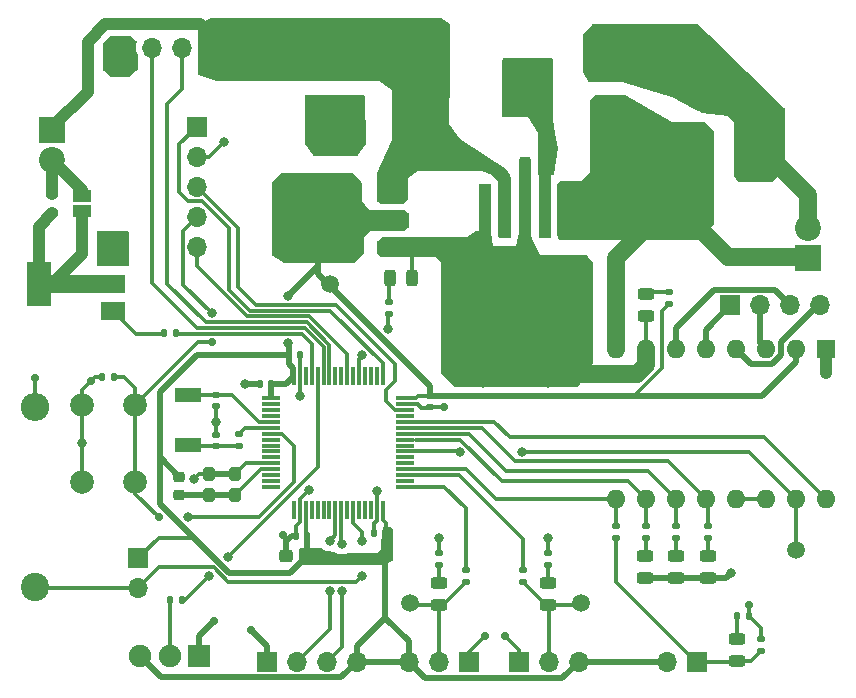
<source format=gbr>
%TF.GenerationSoftware,KiCad,Pcbnew,6.0.10-86aedd382b~118~ubuntu22.10.1*%
%TF.CreationDate,2023-02-12T19:14:20-05:00*%
%TF.ProjectId,WerfenMc,57657266-656e-44d6-932e-6b696361645f,rev?*%
%TF.SameCoordinates,Original*%
%TF.FileFunction,Copper,L1,Top*%
%TF.FilePolarity,Positive*%
%FSLAX46Y46*%
G04 Gerber Fmt 4.6, Leading zero omitted, Abs format (unit mm)*
G04 Created by KiCad (PCBNEW 6.0.10-86aedd382b~118~ubuntu22.10.1) date 2023-02-12 19:14:20*
%MOMM*%
%LPD*%
G01*
G04 APERTURE LIST*
G04 Aperture macros list*
%AMRoundRect*
0 Rectangle with rounded corners*
0 $1 Rounding radius*
0 $2 $3 $4 $5 $6 $7 $8 $9 X,Y pos of 4 corners*
0 Add a 4 corners polygon primitive as box body*
4,1,4,$2,$3,$4,$5,$6,$7,$8,$9,$2,$3,0*
0 Add four circle primitives for the rounded corners*
1,1,$1+$1,$2,$3*
1,1,$1+$1,$4,$5*
1,1,$1+$1,$6,$7*
1,1,$1+$1,$8,$9*
0 Add four rect primitives between the rounded corners*
20,1,$1+$1,$2,$3,$4,$5,0*
20,1,$1+$1,$4,$5,$6,$7,0*
20,1,$1+$1,$6,$7,$8,$9,0*
20,1,$1+$1,$8,$9,$2,$3,0*%
G04 Aperture macros list end*
%TA.AperFunction,SMDPad,CuDef*%
%ADD10RoundRect,0.135000X-0.185000X0.135000X-0.185000X-0.135000X0.185000X-0.135000X0.185000X0.135000X0*%
%TD*%
%TA.AperFunction,SMDPad,CuDef*%
%ADD11RoundRect,0.250000X0.275000X-0.312500X0.275000X0.312500X-0.275000X0.312500X-0.275000X-0.312500X0*%
%TD*%
%TA.AperFunction,SMDPad,CuDef*%
%ADD12C,1.500000*%
%TD*%
%TA.AperFunction,SMDPad,CuDef*%
%ADD13RoundRect,0.135000X0.185000X-0.135000X0.185000X0.135000X-0.185000X0.135000X-0.185000X-0.135000X0*%
%TD*%
%TA.AperFunction,ComponentPad*%
%ADD14R,1.700000X1.700000*%
%TD*%
%TA.AperFunction,ComponentPad*%
%ADD15O,1.700000X1.700000*%
%TD*%
%TA.AperFunction,SMDPad,CuDef*%
%ADD16RoundRect,0.243750X0.456250X-0.243750X0.456250X0.243750X-0.456250X0.243750X-0.456250X-0.243750X0*%
%TD*%
%TA.AperFunction,ComponentPad*%
%ADD17R,2.200000X2.200000*%
%TD*%
%TA.AperFunction,ComponentPad*%
%ADD18C,2.200000*%
%TD*%
%TA.AperFunction,SMDPad,CuDef*%
%ADD19RoundRect,0.243750X-0.456250X0.243750X-0.456250X-0.243750X0.456250X-0.243750X0.456250X0.243750X0*%
%TD*%
%TA.AperFunction,SMDPad,CuDef*%
%ADD20RoundRect,0.140000X0.140000X0.170000X-0.140000X0.170000X-0.140000X-0.170000X0.140000X-0.170000X0*%
%TD*%
%TA.AperFunction,SMDPad,CuDef*%
%ADD21R,2.000000X1.500000*%
%TD*%
%TA.AperFunction,SMDPad,CuDef*%
%ADD22R,2.000000X3.800000*%
%TD*%
%TA.AperFunction,SMDPad,CuDef*%
%ADD23RoundRect,0.075000X-0.700000X-0.075000X0.700000X-0.075000X0.700000X0.075000X-0.700000X0.075000X0*%
%TD*%
%TA.AperFunction,SMDPad,CuDef*%
%ADD24RoundRect,0.075000X-0.075000X-0.700000X0.075000X-0.700000X0.075000X0.700000X-0.075000X0.700000X0*%
%TD*%
%TA.AperFunction,SMDPad,CuDef*%
%ADD25RoundRect,0.243750X0.243750X0.456250X-0.243750X0.456250X-0.243750X-0.456250X0.243750X-0.456250X0*%
%TD*%
%TA.AperFunction,SMDPad,CuDef*%
%ADD26RoundRect,0.140000X-0.170000X0.140000X-0.170000X-0.140000X0.170000X-0.140000X0.170000X0.140000X0*%
%TD*%
%TA.AperFunction,SMDPad,CuDef*%
%ADD27RoundRect,0.250000X0.312500X0.275000X-0.312500X0.275000X-0.312500X-0.275000X0.312500X-0.275000X0*%
%TD*%
%TA.AperFunction,SMDPad,CuDef*%
%ADD28RoundRect,0.135000X-0.135000X-0.185000X0.135000X-0.185000X0.135000X0.185000X-0.135000X0.185000X0*%
%TD*%
%TA.AperFunction,ComponentPad*%
%ADD29C,2.400000*%
%TD*%
%TA.AperFunction,ComponentPad*%
%ADD30O,2.400000X2.400000*%
%TD*%
%TA.AperFunction,SMDPad,CuDef*%
%ADD31R,3.556000X3.505200*%
%TD*%
%TA.AperFunction,SMDPad,CuDef*%
%ADD32RoundRect,0.218750X-0.256250X0.218750X-0.256250X-0.218750X0.256250X-0.218750X0.256250X0.218750X0*%
%TD*%
%TA.AperFunction,SMDPad,CuDef*%
%ADD33RoundRect,0.135000X0.135000X0.185000X-0.135000X0.185000X-0.135000X-0.185000X0.135000X-0.185000X0*%
%TD*%
%TA.AperFunction,SMDPad,CuDef*%
%ADD34R,1.100000X4.600000*%
%TD*%
%TA.AperFunction,SMDPad,CuDef*%
%ADD35R,10.800000X9.400000*%
%TD*%
%TA.AperFunction,SMDPad,CuDef*%
%ADD36R,2.200000X1.200000*%
%TD*%
%TA.AperFunction,SMDPad,CuDef*%
%ADD37R,6.400000X5.800000*%
%TD*%
%TA.AperFunction,SMDPad,CuDef*%
%ADD38RoundRect,0.250000X0.550000X-1.712500X0.550000X1.712500X-0.550000X1.712500X-0.550000X-1.712500X0*%
%TD*%
%TA.AperFunction,ComponentPad*%
%ADD39R,1.600000X1.600000*%
%TD*%
%TA.AperFunction,ComponentPad*%
%ADD40O,1.600000X1.600000*%
%TD*%
%TA.AperFunction,SMDPad,CuDef*%
%ADD41RoundRect,0.250000X-0.550000X1.712500X-0.550000X-1.712500X0.550000X-1.712500X0.550000X1.712500X0*%
%TD*%
%TA.AperFunction,SMDPad,CuDef*%
%ADD42RoundRect,0.140000X0.170000X-0.140000X0.170000X0.140000X-0.170000X0.140000X-0.170000X-0.140000X0*%
%TD*%
%TA.AperFunction,ComponentPad*%
%ADD43R,3.500000X3.500000*%
%TD*%
%TA.AperFunction,ComponentPad*%
%ADD44RoundRect,0.750000X0.750000X1.000000X-0.750000X1.000000X-0.750000X-1.000000X0.750000X-1.000000X0*%
%TD*%
%TA.AperFunction,ComponentPad*%
%ADD45RoundRect,0.875000X0.875000X0.875000X-0.875000X0.875000X-0.875000X-0.875000X0.875000X-0.875000X0*%
%TD*%
%TA.AperFunction,SMDPad,CuDef*%
%ADD46R,2.200000X1.300000*%
%TD*%
%TA.AperFunction,ComponentPad*%
%ADD47R,1.900000X1.900000*%
%TD*%
%TA.AperFunction,ComponentPad*%
%ADD48C,1.900000*%
%TD*%
%TA.AperFunction,SMDPad,CuDef*%
%ADD49RoundRect,0.200000X-0.275000X0.200000X-0.275000X-0.200000X0.275000X-0.200000X0.275000X0.200000X0*%
%TD*%
%TA.AperFunction,ComponentPad*%
%ADD50C,2.000000*%
%TD*%
%TA.AperFunction,SMDPad,CuDef*%
%ADD51RoundRect,0.140000X-0.140000X-0.170000X0.140000X-0.170000X0.140000X0.170000X-0.140000X0.170000X0*%
%TD*%
%TA.AperFunction,SMDPad,CuDef*%
%ADD52R,1.500000X1.000000*%
%TD*%
%TA.AperFunction,ViaPad*%
%ADD53C,0.700000*%
%TD*%
%TA.AperFunction,ViaPad*%
%ADD54C,0.800000*%
%TD*%
%TA.AperFunction,Conductor*%
%ADD55C,0.300000*%
%TD*%
%TA.AperFunction,Conductor*%
%ADD56C,0.500000*%
%TD*%
%TA.AperFunction,Conductor*%
%ADD57C,1.500000*%
%TD*%
%TA.AperFunction,Conductor*%
%ADD58C,1.000000*%
%TD*%
G04 APERTURE END LIST*
D10*
%TO.P,R5,1*%
%TO.N,MS3*%
X92000000Y-69490000D03*
%TO.P,R5,2*%
%TO.N,Net-(D3-Pad2)*%
X92000000Y-70510000D03*
%TD*%
D11*
%TO.P,C2,1*%
%TO.N,+3.3VA*%
X49750000Y-66887500D03*
%TO.P,C2,2*%
%TO.N,GND*%
X49750000Y-65112500D03*
%TD*%
D12*
%TO.P,TP8,1,1*%
%TO.N,+5V*%
X65750000Y-38750000D03*
%TD*%
D13*
%TO.P,R8,1*%
%TO.N,Net-(D5-Pad2)*%
X84250000Y-70510000D03*
%TO.P,R8,2*%
%TO.N,ENABLE*%
X84250000Y-69490000D03*
%TD*%
%TO.P,R10,1*%
%TO.N,Net-(D5-Pad2)*%
X96500000Y-80113641D03*
%TO.P,R10,2*%
%TO.N,GND*%
X96500000Y-79093641D03*
%TD*%
D14*
%TO.P,S2,1*%
%TO.N,GND*%
X75975000Y-81000000D03*
D15*
%TO.P,S2,2*%
%TO.N,Net-(D6-Pad2)*%
X78515000Y-81000000D03*
%TO.P,S2,3*%
%TO.N,+3.3V*%
X81055000Y-81000000D03*
%TD*%
D14*
%TO.P,J1,1,Pin_1*%
%TO.N,2A*%
X93900000Y-50800000D03*
D15*
%TO.P,J1,2,Pin_2*%
%TO.N,1B*%
X96440000Y-50800000D03*
%TO.P,J1,3,Pin_3*%
%TO.N,2B*%
X98980000Y-50800000D03*
%TO.P,J1,4,Pin_4*%
%TO.N,1A*%
X101520000Y-50800000D03*
%TD*%
D16*
%TO.P,D2,1,K*%
%TO.N,GND*%
X89300000Y-73937500D03*
%TO.P,D2,2,A*%
%TO.N,Net-(D2-Pad2)*%
X89300000Y-72062500D03*
%TD*%
D17*
%TO.P,D9,1,A*%
%TO.N,+5V*%
X36500000Y-36000000D03*
D18*
%TO.P,D9,2,K*%
%TO.N,Net-(D9-Pad2)*%
X36500000Y-38540000D03*
%TD*%
D14*
%TO.P,Q1,1,C*%
%TO.N,+3.3V*%
X43776453Y-72206402D03*
D15*
%TO.P,Q1,2,E*%
%TO.N,LIGHT_S*%
X43776453Y-74746402D03*
%TD*%
D12*
%TO.P,TP1,1,1*%
%TO.N,STEP*%
X99500000Y-71500000D03*
%TD*%
D19*
%TO.P,D5,1,K*%
%TO.N,Net-(D5-Pad1)*%
X94500000Y-79062500D03*
%TO.P,D5,2,A*%
%TO.N,Net-(D5-Pad2)*%
X94500000Y-80937500D03*
%TD*%
D20*
%TO.P,C16,1*%
%TO.N,+3.3V*%
X55030000Y-57450000D03*
%TO.P,C16,2*%
%TO.N,GND*%
X54070000Y-57450000D03*
%TD*%
D21*
%TO.P,Q2,1,B*%
%TO.N,Net-(Q2-Pad1)*%
X41650000Y-51300000D03*
%TO.P,Q2,2,C*%
%TO.N,/LIGHT_DRIVE*%
X41650000Y-49000000D03*
%TO.P,Q2,3,E*%
%TO.N,GND*%
X41650000Y-46700000D03*
D22*
%TO.P,Q2,4,C*%
%TO.N,/LIGHT_DRIVE*%
X35350000Y-49000000D03*
%TD*%
D23*
%TO.P,U1,1,VBAT*%
%TO.N,+3.3V*%
X55045200Y-58683200D03*
%TO.P,U1,2,PC13*%
%TO.N,unconnected-(U1-Pad2)*%
X55045200Y-59183200D03*
%TO.P,U1,3,PC14*%
%TO.N,unconnected-(U1-Pad3)*%
X55045200Y-59683200D03*
%TO.P,U1,4,PC15*%
%TO.N,unconnected-(U1-Pad4)*%
X55045200Y-60183200D03*
%TO.P,U1,5,PH0*%
%TO.N,/HSE_OSC_IN*%
X55045200Y-60683200D03*
%TO.P,U1,6,PH1*%
%TO.N,Net-(R7-Pad1)*%
X55045200Y-61183200D03*
%TO.P,U1,7,NRST*%
%TO.N,NRST*%
X55045200Y-61683200D03*
%TO.P,U1,8,PC0*%
%TO.N,unconnected-(U1-Pad8)*%
X55045200Y-62183200D03*
%TO.P,U1,9,PC1*%
%TO.N,unconnected-(U1-Pad9)*%
X55045200Y-62683200D03*
%TO.P,U1,10,PC2*%
%TO.N,unconnected-(U1-Pad10)*%
X55045200Y-63183200D03*
%TO.P,U1,11,PC3*%
%TO.N,unconnected-(U1-Pad11)*%
X55045200Y-63683200D03*
%TO.P,U1,12,VSSA*%
%TO.N,GND*%
X55045200Y-64183200D03*
%TO.P,U1,13,VDDA*%
%TO.N,+3.3VA*%
X55045200Y-64683200D03*
%TO.P,U1,14,PA0*%
%TO.N,unconnected-(U1-Pad14)*%
X55045200Y-65183200D03*
%TO.P,U1,15,PA1*%
%TO.N,unconnected-(U1-Pad15)*%
X55045200Y-65683200D03*
%TO.P,U1,16,PA2*%
%TO.N,unconnected-(U1-Pad16)*%
X55045200Y-66183200D03*
D24*
%TO.P,U1,17,PA3*%
%TO.N,unconnected-(U1-Pad17)*%
X56970200Y-68108200D03*
%TO.P,U1,18,VSS*%
%TO.N,GND*%
X57470200Y-68108200D03*
%TO.P,U1,19,VDD*%
%TO.N,+3.3V*%
X57970200Y-68108200D03*
%TO.P,U1,20,PA4*%
%TO.N,unconnected-(U1-Pad20)*%
X58470200Y-68108200D03*
%TO.P,U1,21,PA5*%
%TO.N,unconnected-(U1-Pad21)*%
X58970200Y-68108200D03*
%TO.P,U1,22,PA6*%
%TO.N,unconnected-(U1-Pad22)*%
X59470200Y-68108200D03*
%TO.P,U1,23,PA7*%
%TO.N,unconnected-(U1-Pad23)*%
X59970200Y-68108200D03*
%TO.P,U1,24,PC4*%
%TO.N,TX3*%
X60470200Y-68108200D03*
%TO.P,U1,25,PC5*%
%TO.N,RX3*%
X60970200Y-68108200D03*
%TO.P,U1,26,PB0*%
%TO.N,unconnected-(U1-Pad26)*%
X61470200Y-68108200D03*
%TO.P,U1,27,PB1*%
%TO.N,LIGHT_S*%
X61970200Y-68108200D03*
%TO.P,U1,28,PB2*%
%TO.N,unconnected-(U1-Pad28)*%
X62470200Y-68108200D03*
%TO.P,U1,29,PB10*%
%TO.N,unconnected-(U1-Pad29)*%
X62970200Y-68108200D03*
%TO.P,U1,30,PB11*%
%TO.N,unconnected-(U1-Pad30)*%
X63470200Y-68108200D03*
%TO.P,U1,31,VSS*%
%TO.N,GND*%
X63970200Y-68108200D03*
%TO.P,U1,32,VDD*%
%TO.N,+3.3V*%
X64470200Y-68108200D03*
D23*
%TO.P,U1,33,PB12*%
%TO.N,SWITCH2*%
X66395200Y-66183200D03*
%TO.P,U1,34,PB13*%
%TO.N,unconnected-(U1-Pad34)*%
X66395200Y-65683200D03*
%TO.P,U1,35,PB14*%
%TO.N,SWITCH1*%
X66395200Y-65183200D03*
%TO.P,U1,36,PB15*%
%TO.N,ENABLE*%
X66395200Y-64683200D03*
%TO.P,U1,37,PC6*%
%TO.N,unconnected-(U1-Pad37)*%
X66395200Y-64183200D03*
%TO.P,U1,38,PC7*%
%TO.N,unconnected-(U1-Pad38)*%
X66395200Y-63683200D03*
%TO.P,U1,39,PC8*%
%TO.N,STEP*%
X66395200Y-63183200D03*
%TO.P,U1,40,PC9*%
%TO.N,unconnected-(U1-Pad40)*%
X66395200Y-62683200D03*
%TO.P,U1,41,PA8*%
%TO.N,MS1*%
X66395200Y-62183200D03*
%TO.P,U1,42,PA9*%
%TO.N,MS2*%
X66395200Y-61683200D03*
%TO.P,U1,43,PA10*%
%TO.N,MS3*%
X66395200Y-61183200D03*
%TO.P,U1,44,PA11*%
%TO.N,DIR*%
X66395200Y-60683200D03*
%TO.P,U1,45,PA12*%
%TO.N,unconnected-(U1-Pad45)*%
X66395200Y-60183200D03*
%TO.P,U1,46,PA13*%
%TO.N,JTMS*%
X66395200Y-59683200D03*
%TO.P,U1,47,VSS*%
%TO.N,GND*%
X66395200Y-59183200D03*
%TO.P,U1,48,VDDUSB*%
%TO.N,+3.3V*%
X66395200Y-58683200D03*
D24*
%TO.P,U1,49,PA14*%
%TO.N,JTCK*%
X64470200Y-56758200D03*
%TO.P,U1,50,PA15*%
%TO.N,unconnected-(U1-Pad50)*%
X63970200Y-56758200D03*
%TO.P,U1,51,PC10*%
%TO.N,unconnected-(U1-Pad51)*%
X63470200Y-56758200D03*
%TO.P,U1,52,PC11*%
%TO.N,unconnected-(U1-Pad52)*%
X62970200Y-56758200D03*
%TO.P,U1,53,PC12*%
%TO.N,USR_LED*%
X62470200Y-56758200D03*
%TO.P,U1,54,PD2*%
%TO.N,unconnected-(U1-Pad54)*%
X61970200Y-56758200D03*
%TO.P,U1,55,PB3*%
%TO.N,SWO*%
X61470200Y-56758200D03*
%TO.P,U1,56,PB4*%
%TO.N,unconnected-(U1-Pad56)*%
X60970200Y-56758200D03*
%TO.P,U1,57,PB5*%
%TO.N,unconnected-(U1-Pad57)*%
X60470200Y-56758200D03*
%TO.P,U1,58,PB6*%
%TO.N,TX1*%
X59970200Y-56758200D03*
%TO.P,U1,59,PB7*%
%TO.N,RX1*%
X59470200Y-56758200D03*
%TO.P,U1,60,BOOT0*%
%TO.N,/BOOT0*%
X58970200Y-56758200D03*
%TO.P,U1,61,PB8*%
%TO.N,LIGHT*%
X58470200Y-56758200D03*
%TO.P,U1,62,PB9*%
%TO.N,unconnected-(U1-Pad62)*%
X57970200Y-56758200D03*
%TO.P,U1,63,VSS*%
%TO.N,GND*%
X57470200Y-56758200D03*
%TO.P,U1,64,VDD*%
%TO.N,+3.3V*%
X56970200Y-56758200D03*
%TD*%
D25*
%TO.P,D8,1,K*%
%TO.N,/L_IN*%
X78437500Y-38900000D03*
%TO.P,D8,2,A*%
%TO.N,GND*%
X76562500Y-38900000D03*
%TD*%
D26*
%TO.P,C10,1*%
%TO.N,GND*%
X50350000Y-61750000D03*
%TO.P,C10,2*%
%TO.N,/HSE_OSC_OUT*%
X50350000Y-62710000D03*
%TD*%
D13*
%TO.P,R17,1*%
%TO.N,+3.3V*%
X88750000Y-50702718D03*
%TO.P,R17,2*%
%TO.N,Net-(D10-Pad2)*%
X88750000Y-49682718D03*
%TD*%
D11*
%TO.P,C1,1*%
%TO.N,+3.3VA*%
X52000000Y-66887500D03*
%TO.P,C1,2*%
%TO.N,GND*%
X52000000Y-65112500D03*
%TD*%
D10*
%TO.P,R3,1*%
%TO.N,MS1*%
X86750000Y-69490000D03*
%TO.P,R3,2*%
%TO.N,Net-(D1-Pad2)*%
X86750000Y-70510000D03*
%TD*%
D17*
%TO.P,J6,1,Pin_1*%
%TO.N,+12V*%
X100460000Y-46770000D03*
D18*
%TO.P,J6,2,Pin_2*%
%TO.N,GND*%
X100460000Y-44230000D03*
%TD*%
D16*
%TO.P,D1,1,K*%
%TO.N,GND*%
X86700000Y-73937500D03*
%TO.P,D1,2,A*%
%TO.N,Net-(D1-Pad2)*%
X86700000Y-72062500D03*
%TD*%
D27*
%TO.P,C3,1*%
%TO.N,+3.3V*%
X58087500Y-72050000D03*
%TO.P,C3,2*%
%TO.N,GND*%
X56312500Y-72050000D03*
%TD*%
D28*
%TO.P,R2,1*%
%TO.N,Net-(R2-Pad1)*%
X46490000Y-75750000D03*
%TO.P,R2,2*%
%TO.N,/BOOT0*%
X47510000Y-75750000D03*
%TD*%
D29*
%TO.P,R1,1*%
%TO.N,LIGHT_S*%
X35000000Y-74620000D03*
D30*
%TO.P,R1,2*%
%TO.N,GND*%
X35000000Y-59380000D03*
%TD*%
D14*
%TO.P,J5,1,Pin_1*%
%TO.N,GND*%
X42400000Y-29000000D03*
D15*
%TO.P,J5,2,Pin_2*%
%TO.N,RX1*%
X44940000Y-29000000D03*
%TO.P,J5,3,Pin_3*%
%TO.N,TX1*%
X47480000Y-29000000D03*
%TO.P,J5,4,Pin_4*%
%TO.N,+5V*%
X50020000Y-29000000D03*
%TD*%
D31*
%TO.P,L1,1,1*%
%TO.N,/L_IN*%
X76775000Y-32100000D03*
%TO.P,L1,2,2*%
%TO.N,+5V*%
X67825000Y-32100000D03*
%TD*%
D32*
%TO.P,FB1,1*%
%TO.N,+3.3V*%
X47250000Y-65325000D03*
%TO.P,FB1,2*%
%TO.N,+3.3VA*%
X47250000Y-66900000D03*
%TD*%
D14*
%TO.P,J4,1,Pin_1*%
%TO.N,GND*%
X54650000Y-81000000D03*
D15*
%TO.P,J4,2,Pin_2*%
%TO.N,TX3*%
X57190000Y-81000000D03*
%TO.P,J4,3,Pin_3*%
%TO.N,RX3*%
X59730000Y-81000000D03*
%TO.P,J4,4,Pin_4*%
%TO.N,+3.3V*%
X62270000Y-81000000D03*
%TD*%
D12*
%TO.P,TP5,1,1*%
%TO.N,Net-(D6-Pad2)*%
X81250000Y-76000000D03*
%TD*%
D25*
%TO.P,D4,1,K*%
%TO.N,GND*%
X66937500Y-48500000D03*
%TO.P,D4,2,A*%
%TO.N,Net-(D4-Pad2)*%
X65062500Y-48500000D03*
%TD*%
D19*
%TO.P,D7,1,K*%
%TO.N,Net-(D7-Pad1)*%
X69250000Y-74312500D03*
%TO.P,D7,2,A*%
%TO.N,Net-(D7-Pad2)*%
X69250000Y-76187500D03*
%TD*%
D33*
%TO.P,R15,1*%
%TO.N,LIGHT*%
X47010000Y-53120000D03*
%TO.P,R15,2*%
%TO.N,Net-(Q2-Pad1)*%
X45990000Y-53120000D03*
%TD*%
D12*
%TO.P,TP3,1,1*%
%TO.N,+12V*%
X86000000Y-40750000D03*
%TD*%
D34*
%TO.P,U2,1,VIN*%
%TO.N,+12V*%
X79900000Y-42825000D03*
%TO.P,U2,2,OUT*%
%TO.N,/L_IN*%
X78200000Y-42825000D03*
%TO.P,U2,3,GND*%
%TO.N,GND*%
X76500000Y-42825000D03*
D35*
X76500000Y-51975000D03*
D34*
%TO.P,U2,4,FB*%
%TO.N,+5V*%
X74800000Y-42825000D03*
%TO.P,U2,5,~{ON}/OFF*%
%TO.N,GND*%
X73100000Y-42825000D03*
%TD*%
D12*
%TO.P,TP6,1,1*%
%TO.N,Net-(D7-Pad2)*%
X66750000Y-76000000D03*
%TD*%
%TO.P,TP2,1,1*%
%TO.N,+3.3V*%
X60000000Y-49000000D03*
%TD*%
D36*
%TO.P,U3,1,GND*%
%TO.N,GND*%
X65300000Y-45880000D03*
D37*
%TO.P,U3,2,VO*%
%TO.N,+3.3V*%
X59000000Y-43600000D03*
D36*
X65300000Y-43600000D03*
%TO.P,U3,3,VI*%
%TO.N,+5V*%
X65300000Y-41320000D03*
%TD*%
D38*
%TO.P,C14,1*%
%TO.N,+12V*%
X83750000Y-35337500D03*
%TO.P,C14,2*%
%TO.N,GND*%
X83750000Y-29162500D03*
%TD*%
D26*
%TO.P,C7,1*%
%TO.N,+3.3V*%
X68514000Y-58498800D03*
%TO.P,C7,2*%
%TO.N,GND*%
X68514000Y-59458800D03*
%TD*%
D39*
%TO.P,A1,1,GND*%
%TO.N,GND*%
X102000000Y-54500000D03*
D40*
%TO.P,A1,2,VDD*%
%TO.N,+3.3V*%
X99460000Y-54500000D03*
%TO.P,A1,3,1B*%
%TO.N,1B*%
X96920000Y-54500000D03*
%TO.P,A1,4,1A*%
%TO.N,1A*%
X94380000Y-54500000D03*
%TO.P,A1,5,2A*%
%TO.N,2A*%
X91840000Y-54500000D03*
%TO.P,A1,6,2B*%
%TO.N,2B*%
X89300000Y-54500000D03*
%TO.P,A1,7,GND*%
%TO.N,GND*%
X86760000Y-54500000D03*
%TO.P,A1,8,VMOT*%
%TO.N,+12V*%
X84220000Y-54500000D03*
%TO.P,A1,9,~{ENABLE}*%
%TO.N,ENABLE*%
X84220000Y-67200000D03*
%TO.P,A1,10,MS1*%
%TO.N,MS1*%
X86760000Y-67200000D03*
%TO.P,A1,11,MS2*%
%TO.N,MS2*%
X89300000Y-67200000D03*
%TO.P,A1,12,MS3*%
%TO.N,MS3*%
X91840000Y-67200000D03*
%TO.P,A1,13,~{RESET}*%
%TO.N,Net-(A1-Pad13)*%
X94380000Y-67200000D03*
%TO.P,A1,14,~{SLEEP}*%
X96920000Y-67200000D03*
%TO.P,A1,15,STEP*%
%TO.N,STEP*%
X99460000Y-67200000D03*
%TO.P,A1,16,DIR*%
%TO.N,DIR*%
X102000000Y-67200000D03*
%TD*%
D20*
%TO.P,C8,1*%
%TO.N,NRST*%
X41710000Y-56860000D03*
%TO.P,C8,2*%
%TO.N,GND*%
X40750000Y-56860000D03*
%TD*%
D41*
%TO.P,C15,1*%
%TO.N,+5V*%
X60376294Y-29247485D03*
%TO.P,C15,2*%
%TO.N,GND*%
X60376294Y-35422485D03*
%TD*%
D42*
%TO.P,C9,1*%
%TO.N,GND*%
X50350000Y-59360000D03*
%TO.P,C9,2*%
%TO.N,/HSE_OSC_IN*%
X50350000Y-58400000D03*
%TD*%
D16*
%TO.P,D3,1,K*%
%TO.N,GND*%
X92000000Y-73937500D03*
%TO.P,D3,2,A*%
%TO.N,Net-(D3-Pad2)*%
X92000000Y-72062500D03*
%TD*%
D20*
%TO.P,C4,1*%
%TO.N,+3.3V*%
X58080000Y-70300000D03*
%TO.P,C4,2*%
%TO.N,GND*%
X57120000Y-70300000D03*
%TD*%
D14*
%TO.P,S3,1*%
%TO.N,GND*%
X71750000Y-81000000D03*
D15*
%TO.P,S3,2*%
%TO.N,Net-(D7-Pad2)*%
X69210000Y-81000000D03*
%TO.P,S3,3*%
%TO.N,+3.3V*%
X66670000Y-81000000D03*
%TD*%
D43*
%TO.P,J3,1*%
%TO.N,+12V*%
X90400000Y-37400000D03*
D44*
%TO.P,J3,2*%
%TO.N,GND*%
X96400000Y-37400000D03*
D45*
%TO.P,J3,3*%
X93400000Y-32700000D03*
%TD*%
D10*
%TO.P,R4,1*%
%TO.N,MS2*%
X89300000Y-69490000D03*
%TO.P,R4,2*%
%TO.N,Net-(D2-Pad2)*%
X89300000Y-70510000D03*
%TD*%
D20*
%TO.P,C6,1*%
%TO.N,+3.3V*%
X64680000Y-70100000D03*
%TO.P,C6,2*%
%TO.N,GND*%
X63720000Y-70100000D03*
%TD*%
D16*
%TO.P,D10,1,K*%
%TO.N,GND*%
X86750000Y-51687500D03*
%TO.P,D10,2,A*%
%TO.N,Net-(D10-Pad2)*%
X86750000Y-49812500D03*
%TD*%
D13*
%TO.P,R12,1*%
%TO.N,Net-(D6-Pad1)*%
X78500000Y-72760000D03*
%TO.P,R12,2*%
%TO.N,GND*%
X78500000Y-71740000D03*
%TD*%
D14*
%TO.P,J2,1,Pin_1*%
%TO.N,JTCK*%
X48750000Y-35675000D03*
D15*
%TO.P,J2,2,Pin_2*%
%TO.N,GND*%
X48750000Y-38215000D03*
%TO.P,J2,3,Pin_3*%
%TO.N,JTMS*%
X48750000Y-40755000D03*
%TO.P,J2,4,Pin_4*%
%TO.N,NRST*%
X48750000Y-43295000D03*
%TO.P,J2,5,Pin_5*%
%TO.N,SWO*%
X48750000Y-45835000D03*
%TD*%
D13*
%TO.P,R13,1*%
%TO.N,Net-(D7-Pad2)*%
X71500000Y-74260000D03*
%TO.P,R13,2*%
%TO.N,SWITCH2*%
X71500000Y-73240000D03*
%TD*%
D46*
%TO.P,HSE1,1,1*%
%TO.N,/HSE_OSC_OUT*%
X48000000Y-62600000D03*
%TO.P,HSE1,2,2*%
%TO.N,/HSE_OSC_IN*%
X48000000Y-58400000D03*
%TD*%
D19*
%TO.P,D6,1,K*%
%TO.N,Net-(D6-Pad1)*%
X78500000Y-74312500D03*
%TO.P,D6,2,A*%
%TO.N,Net-(D6-Pad2)*%
X78500000Y-76187500D03*
%TD*%
D28*
%TO.P,R11,1*%
%TO.N,Net-(D5-Pad1)*%
X94465000Y-77120000D03*
%TO.P,R11,2*%
%TO.N,GND*%
X95485000Y-77120000D03*
%TD*%
D10*
%TO.P,R7,1*%
%TO.N,Net-(R7-Pad1)*%
X52300000Y-61740000D03*
%TO.P,R7,2*%
%TO.N,/HSE_OSC_OUT*%
X52300000Y-62760000D03*
%TD*%
D47*
%TO.P,S1,1*%
%TO.N,GND*%
X48950000Y-80530000D03*
D48*
%TO.P,S1,2*%
%TO.N,Net-(R2-Pad1)*%
X46450000Y-80530000D03*
%TO.P,S1,3*%
%TO.N,+3.3V*%
X43950000Y-80530000D03*
%TD*%
D49*
%TO.P,R16,1*%
%TO.N,Net-(D9-Pad2)*%
X36500000Y-41350000D03*
%TO.P,R16,2*%
%TO.N,/LIGHT_DRIVE*%
X36500000Y-43000000D03*
%TD*%
D50*
%TO.P,SW1,1,1*%
%TO.N,GND*%
X39000000Y-65760000D03*
X39000000Y-59260000D03*
%TO.P,SW1,2,2*%
%TO.N,NRST*%
X43500000Y-65760000D03*
X43500000Y-59260000D03*
%TD*%
D51*
%TO.P,C5,1*%
%TO.N,+3.3V*%
X56520000Y-55000000D03*
%TO.P,C5,2*%
%TO.N,GND*%
X57480000Y-55000000D03*
%TD*%
D13*
%TO.P,R14,1*%
%TO.N,Net-(D7-Pad1)*%
X69250000Y-72770000D03*
%TO.P,R14,2*%
%TO.N,GND*%
X69250000Y-71750000D03*
%TD*%
%TO.P,R9,1*%
%TO.N,Net-(D6-Pad2)*%
X76370000Y-74260000D03*
%TO.P,R9,2*%
%TO.N,SWITCH1*%
X76370000Y-73240000D03*
%TD*%
D14*
%TO.P,SW2,1,1*%
%TO.N,Net-(D5-Pad2)*%
X91100000Y-81000000D03*
D15*
%TO.P,SW2,2,2*%
%TO.N,+3.3V*%
X88560000Y-81000000D03*
%TD*%
D13*
%TO.P,R6,1*%
%TO.N,USR_LED*%
X65000000Y-51510000D03*
%TO.P,R6,2*%
%TO.N,Net-(D4-Pad2)*%
X65000000Y-50490000D03*
%TD*%
D52*
%TO.P,JP1,1,A*%
%TO.N,/LIGHT_DRIVE*%
X39000000Y-42825000D03*
%TO.P,JP1,2,B*%
%TO.N,Net-(D9-Pad2)*%
X39000000Y-41525000D03*
%TD*%
D53*
%TO.N,GND*%
X41000000Y-45000000D03*
X53300000Y-78300000D03*
X58776294Y-37334985D03*
D54*
X78500000Y-57350000D03*
D53*
X74800000Y-78800000D03*
X95450000Y-76150000D03*
D54*
X94000000Y-73500000D03*
D53*
X85600000Y-28600000D03*
X41500000Y-31000000D03*
D54*
X78500000Y-70500000D03*
D53*
X50170000Y-77580000D03*
D54*
X50350000Y-60650000D03*
X64000000Y-66500000D03*
X102000000Y-56500000D03*
D53*
X61976294Y-37334985D03*
D54*
X52850000Y-57450000D03*
D53*
X56000000Y-70250000D03*
X73100000Y-78850000D03*
X95200000Y-39600000D03*
D54*
X69250000Y-70500000D03*
D53*
X89600000Y-28400000D03*
D54*
X58206677Y-66456677D03*
D53*
X91800000Y-30200000D03*
X87000000Y-31200000D03*
X42250000Y-45000000D03*
D54*
X48500000Y-65500000D03*
X57500000Y-58500000D03*
D53*
X69650000Y-59450000D03*
D54*
X70350000Y-53550000D03*
D53*
X42900000Y-31000000D03*
D54*
X67200000Y-45950000D03*
D53*
X35000000Y-57000000D03*
D54*
X70400000Y-48200000D03*
X39000000Y-62480000D03*
D53*
X97600000Y-34800000D03*
D54*
X74700000Y-46750000D03*
D53*
X90800000Y-33400000D03*
D54*
X51000000Y-37000000D03*
X72950000Y-57400000D03*
D53*
X39740000Y-57240000D03*
D54*
X72950000Y-45900000D03*
X76400000Y-45950000D03*
D53*
X94800000Y-35000000D03*
D54*
%TO.N,+3.3V*%
X56500000Y-50000000D03*
X56500000Y-54000000D03*
%TO.N,STEP*%
X76250000Y-63200500D03*
X71028223Y-63238177D03*
D53*
%TO.N,NRST*%
X50000000Y-53949500D03*
D54*
X48000000Y-68750000D03*
D53*
X45500000Y-68750000D03*
D54*
X50000000Y-51500500D03*
%TO.N,TX3*%
X60000000Y-70750000D03*
X60000000Y-75000000D03*
%TO.N,RX3*%
X61000000Y-71000000D03*
X61000000Y-75000000D03*
%TO.N,USR_LED*%
X64950000Y-52850000D03*
X62745023Y-55054977D03*
%TO.N,/BOOT0*%
X51350688Y-72149312D03*
X49750000Y-73750000D03*
%TO.N,LIGHT_S*%
X62750000Y-73750000D03*
X62750000Y-70750000D03*
%TD*%
D55*
%TO.N,GND*%
X57470200Y-55009800D02*
X57480000Y-55000000D01*
D56*
X92000000Y-73937500D02*
X93562500Y-73937500D01*
X54650000Y-79650000D02*
X53300000Y-78300000D01*
X56800000Y-70300000D02*
X56312500Y-70787500D01*
D55*
X39000000Y-59260000D02*
X39000000Y-62480000D01*
X95485000Y-77120000D02*
X95485000Y-76185000D01*
D56*
X56312500Y-70787500D02*
X56312500Y-70562500D01*
D55*
X68514000Y-59458800D02*
X69641200Y-59458800D01*
X75975000Y-81000000D02*
X75975000Y-79975000D01*
D56*
X56312500Y-70787500D02*
X56312500Y-72050000D01*
D55*
X86750000Y-54490000D02*
X86760000Y-54500000D01*
X63970200Y-68108200D02*
X63970200Y-66529800D01*
X95485000Y-76185000D02*
X95450000Y-76150000D01*
D56*
X93562500Y-73937500D02*
X94000000Y-73500000D01*
X57120000Y-70300000D02*
X56800000Y-70300000D01*
D55*
X75975000Y-79975000D02*
X74800000Y-78800000D01*
D57*
X86000000Y-56650000D02*
X81175000Y-56650000D01*
D58*
X76500000Y-38962500D02*
X76562500Y-38900000D01*
D55*
X55045200Y-64183200D02*
X52929300Y-64183200D01*
X49785000Y-38215000D02*
X51000000Y-37000000D01*
D57*
X86760000Y-55890000D02*
X86000000Y-56650000D01*
D55*
X35000000Y-59380000D02*
X35000000Y-57000000D01*
X63970200Y-69029800D02*
X63720000Y-69280000D01*
X40120000Y-56860000D02*
X39740000Y-57240000D01*
X50350000Y-61750000D02*
X50350000Y-59360000D01*
D56*
X54070000Y-57450000D02*
X52850000Y-57450000D01*
D55*
X40750000Y-56860000D02*
X40120000Y-56860000D01*
X57100000Y-70280000D02*
X57120000Y-70300000D01*
D57*
X86760000Y-54500000D02*
X86760000Y-55890000D01*
D56*
X48950000Y-80530000D02*
X48950000Y-78800000D01*
X48950000Y-78800000D02*
X50170000Y-77580000D01*
D55*
X63720000Y-69280000D02*
X63720000Y-70100000D01*
X57470200Y-56758200D02*
X57470200Y-55009800D01*
X57470200Y-58470200D02*
X57500000Y-58500000D01*
D56*
X52000000Y-65112500D02*
X49750000Y-65112500D01*
D55*
X39740000Y-57240000D02*
X39000000Y-57980000D01*
X49750000Y-65112500D02*
X48887500Y-65112500D01*
X57470200Y-68108200D02*
X57470200Y-67193154D01*
X48887500Y-65112500D02*
X48500000Y-65500000D01*
X52929300Y-64183200D02*
X52000000Y-65112500D01*
D56*
X89300000Y-73937500D02*
X92000000Y-73937500D01*
D57*
X81175000Y-56650000D02*
X76500000Y-51975000D01*
D55*
X67433200Y-59183200D02*
X67750000Y-59500000D01*
X68472800Y-59500000D02*
X68514000Y-59458800D01*
X67750000Y-59500000D02*
X68472800Y-59500000D01*
X69250000Y-71750000D02*
X69250000Y-70500000D01*
D56*
X54650000Y-81000000D02*
X54650000Y-79650000D01*
D55*
X57100000Y-69500000D02*
X57100000Y-70280000D01*
D57*
X100460000Y-44230000D02*
X100460000Y-41460000D01*
D55*
X69641200Y-59458800D02*
X69650000Y-59450000D01*
X66395200Y-59183200D02*
X67433200Y-59183200D01*
X71750000Y-80200000D02*
X73100000Y-78850000D01*
X78500000Y-71740000D02*
X78500000Y-70500000D01*
D56*
X56312500Y-70562500D02*
X56000000Y-70250000D01*
D55*
X39000000Y-62480000D02*
X39000000Y-65760000D01*
X39000000Y-57980000D02*
X39000000Y-59260000D01*
X63970200Y-66529800D02*
X64000000Y-66500000D01*
X48750000Y-38215000D02*
X49785000Y-38215000D01*
X96500000Y-78135000D02*
X95485000Y-77120000D01*
X86750000Y-51687500D02*
X86750000Y-54490000D01*
X66937500Y-46212500D02*
X67200000Y-45950000D01*
X71750000Y-81000000D02*
X71750000Y-80200000D01*
X57470200Y-67193154D02*
X58206677Y-66456677D01*
D58*
X102000000Y-54500000D02*
X102000000Y-56500000D01*
D55*
X57470200Y-69129800D02*
X57100000Y-69500000D01*
X57470200Y-68108200D02*
X57470200Y-69129800D01*
D56*
X86700000Y-73937500D02*
X89300000Y-73937500D01*
D55*
X57470200Y-56758200D02*
X57470200Y-58470200D01*
X63970200Y-68108200D02*
X63970200Y-69029800D01*
D57*
X100460000Y-41460000D02*
X96400000Y-37400000D01*
D55*
X96500000Y-79093641D02*
X96500000Y-78135000D01*
X66937500Y-48500000D02*
X66937500Y-46212500D01*
D58*
X76500000Y-42825000D02*
X76500000Y-38962500D01*
D55*
%TO.N,+3.3V*%
X66395200Y-58683200D02*
X67316800Y-58683200D01*
D56*
X85751200Y-58498800D02*
X68514000Y-58498800D01*
X58087500Y-72050000D02*
X56637500Y-73500000D01*
D55*
X88150000Y-56100000D02*
X85751200Y-58498800D01*
D56*
X56637500Y-73500000D02*
X51500000Y-73500000D01*
X62270000Y-79680000D02*
X64680000Y-77270000D01*
X55030000Y-57450000D02*
X56278400Y-57450000D01*
X62270000Y-81000000D02*
X62270000Y-79680000D01*
D55*
X88150000Y-51302718D02*
X88150000Y-56100000D01*
D56*
X55030000Y-57450000D02*
X55030000Y-58583200D01*
X68070000Y-82400000D02*
X66670000Y-81000000D01*
X62270000Y-81000000D02*
X66670000Y-81000000D01*
X59000000Y-47500000D02*
X59000000Y-43600000D01*
X48750000Y-55000000D02*
X45600000Y-58150000D01*
X56278400Y-57450000D02*
X56870200Y-56858200D01*
D55*
X64470200Y-68970200D02*
X64750000Y-69250000D01*
D56*
X68514000Y-58498800D02*
X68514000Y-57664000D01*
X45600000Y-58150000D02*
X45600000Y-67600000D01*
X64680000Y-77270000D02*
X64680000Y-70100000D01*
D55*
X59000000Y-41700000D02*
X59000000Y-43600000D01*
X64470200Y-68108200D02*
X64470200Y-68970200D01*
X88750000Y-50702718D02*
X88150000Y-51302718D01*
D56*
X56870200Y-56120200D02*
X56520000Y-55770000D01*
X66670000Y-79260000D02*
X64680000Y-77270000D01*
X81055000Y-81000000D02*
X88560000Y-81000000D01*
D55*
X67316800Y-58683200D02*
X67501200Y-58498800D01*
D56*
X99460000Y-55631370D02*
X96592570Y-58498800D01*
X96592570Y-58498800D02*
X85751200Y-58498800D01*
X81055000Y-81000000D02*
X79655000Y-82400000D01*
X56520000Y-55000000D02*
X48750000Y-55000000D01*
D55*
X43776453Y-72206402D02*
X43793598Y-72206402D01*
X43793598Y-72206402D02*
X45500000Y-70500000D01*
X67501200Y-58498800D02*
X68514000Y-58498800D01*
X64750000Y-69250000D02*
X64750000Y-70030000D01*
X57970200Y-68108200D02*
X57970200Y-70190200D01*
D56*
X49000000Y-71000000D02*
X46500000Y-68500000D01*
X66670000Y-81000000D02*
X66670000Y-79260000D01*
X45720000Y-82300000D02*
X60970000Y-82300000D01*
X99460000Y-54500000D02*
X99460000Y-55631370D01*
X68514000Y-57664000D02*
X59000000Y-48150000D01*
X58080000Y-70300000D02*
X58080000Y-72042500D01*
D55*
X64750000Y-70030000D02*
X64680000Y-70100000D01*
D56*
X56500000Y-50000000D02*
X59000000Y-47500000D01*
D55*
X57970200Y-70190200D02*
X58080000Y-70300000D01*
D56*
X56870200Y-56858200D02*
X56870200Y-56120200D01*
X45600000Y-67600000D02*
X46500000Y-68500000D01*
X45720000Y-82300000D02*
X43950000Y-80530000D01*
X79655000Y-82400000D02*
X68070000Y-82400000D01*
D55*
X45500000Y-70500000D02*
X48500000Y-70500000D01*
D56*
X56520000Y-55770000D02*
X56520000Y-55000000D01*
X60970000Y-82300000D02*
X62270000Y-81000000D01*
X56520000Y-55000000D02*
X56520000Y-54020000D01*
X59000000Y-48150000D02*
X59000000Y-43600000D01*
X45600000Y-63675000D02*
X47250000Y-65325000D01*
X51500000Y-73500000D02*
X49000000Y-71000000D01*
X55030000Y-58583200D02*
X55045200Y-58583200D01*
D55*
X48500000Y-70500000D02*
X49000000Y-71000000D01*
D56*
X58080000Y-72042500D02*
X58087500Y-72050000D01*
X56520000Y-54020000D02*
X56500000Y-54000000D01*
%TO.N,1B*%
X96440000Y-54020000D02*
X96920000Y-54500000D01*
X96440000Y-50800000D02*
X96440000Y-54020000D01*
%TO.N,1A*%
X98170000Y-53930000D02*
X101300000Y-50800000D01*
X94380000Y-54500000D02*
X95630000Y-55750000D01*
X95630000Y-55750000D02*
X97437767Y-55750000D01*
X101300000Y-50800000D02*
X101520000Y-50800000D01*
X98170000Y-55017767D02*
X98170000Y-53930000D01*
X97437767Y-55750000D02*
X98170000Y-55017767D01*
%TO.N,2A*%
X91840000Y-54500000D02*
X91840000Y-52860000D01*
X91840000Y-52860000D02*
X93900000Y-50800000D01*
%TO.N,2B*%
X97680000Y-49500000D02*
X92500000Y-49500000D01*
X98980000Y-50800000D02*
X97680000Y-49500000D01*
X89300000Y-54500000D02*
X89300000Y-52700000D01*
X89300000Y-52700000D02*
X92500000Y-49500000D01*
D57*
%TO.N,+12V*%
X84220000Y-54500000D02*
X84220000Y-46780000D01*
X100460000Y-46770000D02*
X100440000Y-46750000D01*
X84220000Y-46780000D02*
X89000000Y-42000000D01*
X90400000Y-40600000D02*
X90400000Y-37400000D01*
X93750000Y-46750000D02*
X89000000Y-42000000D01*
X100440000Y-46750000D02*
X93750000Y-46750000D01*
X89000000Y-42000000D02*
X90400000Y-40600000D01*
D55*
%TO.N,ENABLE*%
X84220000Y-69460000D02*
X84250000Y-69490000D01*
X84220000Y-67200000D02*
X84220000Y-69460000D01*
X74050000Y-67200000D02*
X71533200Y-64683200D01*
X84220000Y-67200000D02*
X74050000Y-67200000D01*
X71533200Y-64683200D02*
X66395200Y-64683200D01*
%TO.N,MS1*%
X71033200Y-62183200D02*
X67271241Y-62183200D01*
X74550000Y-65700000D02*
X71033200Y-62183200D01*
X86760000Y-67200000D02*
X86760000Y-69480000D01*
X86760000Y-67200000D02*
X85260000Y-65700000D01*
X85260000Y-65700000D02*
X74550000Y-65700000D01*
X86760000Y-69480000D02*
X86750000Y-69490000D01*
%TO.N,MS2*%
X86950000Y-64850000D02*
X89300000Y-67200000D01*
X71783200Y-61683200D02*
X74950000Y-64850000D01*
X66395200Y-61683200D02*
X71783200Y-61683200D01*
X74950000Y-64850000D02*
X86950000Y-64850000D01*
X89300000Y-69490000D02*
X89300000Y-67200000D01*
%TO.N,MS3*%
X75650000Y-63950000D02*
X72883200Y-61183200D01*
X88590000Y-63950000D02*
X75650000Y-63950000D01*
X91840000Y-67200000D02*
X88590000Y-63950000D01*
X92000000Y-67360000D02*
X91840000Y-67200000D01*
X92000000Y-69490000D02*
X92000000Y-67360000D01*
X72883200Y-61183200D02*
X66395200Y-61183200D01*
%TO.N,STEP*%
X95460500Y-63200500D02*
X76250000Y-63200500D01*
X70973246Y-63183200D02*
X71028223Y-63238177D01*
X66395200Y-63183200D02*
X70973246Y-63183200D01*
X99460000Y-71460000D02*
X99500000Y-71500000D01*
X99460000Y-67200000D02*
X95460500Y-63200500D01*
X99460000Y-67200000D02*
X99460000Y-71460000D01*
%TO.N,DIR*%
X73933200Y-60683200D02*
X66395200Y-60683200D01*
X75250000Y-62000000D02*
X73933200Y-60683200D01*
X96800000Y-62000000D02*
X75250000Y-62000000D01*
X102000000Y-67200000D02*
X96800000Y-62000000D01*
%TO.N,+3.3VA*%
X54169159Y-64683200D02*
X52000000Y-66852359D01*
X52000000Y-66852359D02*
X52000000Y-66887500D01*
X55045200Y-64683200D02*
X54169159Y-64683200D01*
D56*
X49750000Y-66887500D02*
X47262500Y-66887500D01*
X52000000Y-66887500D02*
X49750000Y-66887500D01*
X47262500Y-66887500D02*
X47250000Y-66900000D01*
D55*
%TO.N,NRST*%
X57000000Y-62761959D02*
X57000000Y-65500000D01*
X47550000Y-44495000D02*
X48750000Y-43295000D01*
X47550000Y-44495000D02*
X47550000Y-49050500D01*
X42590000Y-56860000D02*
X43500000Y-57770000D01*
X57000000Y-65750000D02*
X54000000Y-68750000D01*
X55921241Y-61683200D02*
X57000000Y-62761959D01*
X43500000Y-59260000D02*
X43500000Y-65760000D01*
X54000000Y-68750000D02*
X48000000Y-68750000D01*
X50000000Y-53949500D02*
X48810500Y-53949500D01*
X43500000Y-57770000D02*
X43500000Y-59260000D01*
X41710000Y-56860000D02*
X42590000Y-56860000D01*
X55045200Y-61683200D02*
X55921241Y-61683200D01*
X47550000Y-49050500D02*
X50000000Y-51500500D01*
X48810500Y-53949500D02*
X43500000Y-59260000D01*
X43500000Y-66750000D02*
X43500000Y-65760000D01*
X45500000Y-68750000D02*
X43500000Y-66750000D01*
X57000000Y-65500000D02*
X57000000Y-65750000D01*
D58*
%TO.N,+5V*%
X49000000Y-27000000D02*
X41000000Y-27000000D01*
X41000000Y-27000000D02*
X39500000Y-28500000D01*
X39500000Y-28500000D02*
X39500000Y-32730000D01*
X39500000Y-32730000D02*
X36500000Y-35730000D01*
X50020000Y-29000000D02*
X50020000Y-28020000D01*
X50020000Y-28020000D02*
X49000000Y-27000000D01*
D55*
%TO.N,Net-(D1-Pad2)*%
X86750000Y-70510000D02*
X86750000Y-72012500D01*
X86750000Y-72012500D02*
X86700000Y-72062500D01*
%TO.N,Net-(D2-Pad2)*%
X89300000Y-70510000D02*
X89300000Y-72062500D01*
%TO.N,Net-(D3-Pad2)*%
X92000000Y-70510000D02*
X92000000Y-72062500D01*
%TO.N,Net-(D4-Pad2)*%
X65000000Y-48562500D02*
X65062500Y-48500000D01*
X65000000Y-50490000D02*
X65000000Y-48562500D01*
%TO.N,Net-(D5-Pad1)*%
X94500000Y-77155000D02*
X94465000Y-77120000D01*
X94500000Y-79062500D02*
X94500000Y-77155000D01*
%TO.N,Net-(D5-Pad2)*%
X91000000Y-81000000D02*
X91100000Y-81000000D01*
X84250000Y-74250000D02*
X91000000Y-81000000D01*
X91100000Y-81000000D02*
X94437500Y-81000000D01*
X95676141Y-80937500D02*
X96500000Y-80113641D01*
X94437500Y-81000000D02*
X94500000Y-80937500D01*
X94500000Y-80937500D02*
X95676141Y-80937500D01*
X84250000Y-70510000D02*
X84250000Y-74250000D01*
%TO.N,Net-(D6-Pad1)*%
X78500000Y-74312500D02*
X78500000Y-72760000D01*
%TO.N,Net-(D6-Pad2)*%
X78515000Y-76202500D02*
X78515000Y-81000000D01*
X81062500Y-76187500D02*
X81250000Y-76000000D01*
X78427500Y-76260000D02*
X78500000Y-76187500D01*
X78500000Y-76187500D02*
X81062500Y-76187500D01*
X78500000Y-76187500D02*
X78515000Y-76202500D01*
X78312500Y-76000000D02*
X78500000Y-76187500D01*
X78297500Y-76187500D02*
X76370000Y-74260000D01*
X78500000Y-76187500D02*
X78297500Y-76187500D01*
%TO.N,Net-(D7-Pad1)*%
X69250000Y-74312500D02*
X69250000Y-72770000D01*
%TO.N,Net-(D7-Pad2)*%
X69250000Y-76187500D02*
X66937500Y-76187500D01*
X69572500Y-76187500D02*
X71500000Y-74260000D01*
X69210000Y-81000000D02*
X69210000Y-76227500D01*
X69322500Y-76260000D02*
X69250000Y-76187500D01*
X69210000Y-76227500D02*
X69250000Y-76187500D01*
X69250000Y-76187500D02*
X69572500Y-76187500D01*
X66937500Y-76187500D02*
X66750000Y-76000000D01*
%TO.N,JTCK*%
X60000707Y-51250000D02*
X53207106Y-51250000D01*
X53207106Y-51250000D02*
X51500000Y-49542894D01*
X47250000Y-37175000D02*
X48750000Y-35675000D01*
X64470200Y-56758200D02*
X64470200Y-55719493D01*
X47955000Y-41955000D02*
X47250000Y-41250000D01*
X47250000Y-41250000D02*
X47250000Y-37175000D01*
X51500000Y-44250000D02*
X49205000Y-41955000D01*
X51500000Y-49542894D02*
X51500000Y-44250000D01*
X49205000Y-41955000D02*
X47955000Y-41955000D01*
X64470200Y-55719493D02*
X60000707Y-51250000D01*
%TO.N,JTMS*%
X65500000Y-57250000D02*
X65500000Y-55750000D01*
X52250000Y-44255000D02*
X48750000Y-40755000D01*
X64750000Y-58000000D02*
X65500000Y-57250000D01*
X65519159Y-59683200D02*
X64750000Y-58914041D01*
X53750000Y-50750000D02*
X52250000Y-49250000D01*
X66395200Y-59683200D02*
X65519159Y-59683200D01*
X64750000Y-58914041D02*
X64750000Y-58000000D01*
X60500000Y-50750000D02*
X53750000Y-50750000D01*
X52250000Y-49250000D02*
X52250000Y-44255000D01*
X65500000Y-55750000D02*
X60500000Y-50750000D01*
%TO.N,SWO*%
X48750000Y-47500000D02*
X48750000Y-45835000D01*
X58274873Y-51750000D02*
X53000000Y-51750000D01*
X61470200Y-54945327D02*
X58274873Y-51750000D01*
X61470200Y-56758200D02*
X61470200Y-54945327D01*
X53000000Y-51750000D02*
X48750000Y-47500000D01*
%TO.N,TX3*%
X60470200Y-70279800D02*
X60000000Y-70750000D01*
X60000000Y-75000000D02*
X60000000Y-78190000D01*
X60470200Y-68108200D02*
X60470200Y-70279800D01*
X60000000Y-78190000D02*
X57190000Y-81000000D01*
%TO.N,RX3*%
X61000000Y-79730000D02*
X59730000Y-81000000D01*
X60970200Y-70970200D02*
X61000000Y-71000000D01*
X60970200Y-68108200D02*
X60970200Y-70970200D01*
X61000000Y-75000000D02*
X61000000Y-79730000D01*
%TO.N,Net-(R2-Pad1)*%
X46450000Y-75790000D02*
X46490000Y-75750000D01*
X46450000Y-80530000D02*
X46450000Y-75790000D01*
%TO.N,USR_LED*%
X64950000Y-52850000D02*
X64950000Y-51560000D01*
X64950000Y-51560000D02*
X65000000Y-51510000D01*
X62470200Y-56758200D02*
X62470200Y-55329800D01*
X62470200Y-55329800D02*
X62745023Y-55054977D01*
%TO.N,SWITCH1*%
X70933200Y-65183200D02*
X66395200Y-65183200D01*
X76370000Y-70620000D02*
X70933200Y-65183200D01*
X76370000Y-70620000D02*
X76370000Y-73240000D01*
%TO.N,SWITCH2*%
X71500000Y-73240000D02*
X71500000Y-68000000D01*
X69683200Y-66183200D02*
X66395200Y-66183200D01*
X71500000Y-68000000D02*
X69683200Y-66183200D01*
%TO.N,/HSE_OSC_IN*%
X51700000Y-58400000D02*
X50350000Y-58400000D01*
X55045200Y-60683200D02*
X53983200Y-60683200D01*
X48000000Y-58400000D02*
X50350000Y-58400000D01*
X53983200Y-60683200D02*
X51700000Y-58400000D01*
%TO.N,/HSE_OSC_OUT*%
X52300000Y-62760000D02*
X50400000Y-62760000D01*
X50400000Y-62760000D02*
X50350000Y-62710000D01*
X48110000Y-62710000D02*
X48000000Y-62600000D01*
X50350000Y-62710000D02*
X48110000Y-62710000D01*
%TO.N,Net-(A1-Pad13)*%
X94380000Y-67200000D02*
X96920000Y-67200000D01*
%TO.N,/BOOT0*%
X58970200Y-64529800D02*
X58970200Y-56758200D01*
X47750000Y-75750000D02*
X47510000Y-75750000D01*
X51350688Y-72149312D02*
X58970200Y-64529800D01*
X49750000Y-73750000D02*
X47750000Y-75750000D01*
%TO.N,TX1*%
X49500000Y-52250000D02*
X46250000Y-49000000D01*
X58067767Y-52250000D02*
X49500000Y-52250000D01*
X59970200Y-54152433D02*
X58067767Y-52250000D01*
X46250000Y-49000000D02*
X46250000Y-33750000D01*
X47480000Y-32520000D02*
X47480000Y-29000000D01*
X59970200Y-56758200D02*
X59970200Y-54152433D01*
X46250000Y-33750000D02*
X47480000Y-32520000D01*
%TO.N,RX1*%
X57860661Y-52750000D02*
X48750000Y-52750000D01*
X44940000Y-48940000D02*
X44940000Y-29000000D01*
X59470200Y-54359539D02*
X57860661Y-52750000D01*
X48750000Y-52750000D02*
X44940000Y-48940000D01*
X59470200Y-56758200D02*
X59470200Y-54359539D01*
%TO.N,Net-(R7-Pad1)*%
X52856800Y-61183200D02*
X52300000Y-61740000D01*
X55045200Y-61183200D02*
X52856800Y-61183200D01*
%TO.N,LIGHT_S*%
X62250000Y-74250000D02*
X51401472Y-74250000D01*
X51401472Y-74250000D02*
X50151472Y-73000000D01*
X35126402Y-74746402D02*
X35000000Y-74620000D01*
X45522855Y-73000000D02*
X43776453Y-74746402D01*
X62500000Y-69750000D02*
X62750000Y-70000000D01*
X62750000Y-70000000D02*
X62750000Y-70750000D01*
X62750000Y-73750000D02*
X62250000Y-74250000D01*
X61970200Y-68108200D02*
X61970200Y-69220200D01*
X43776453Y-74746402D02*
X35126402Y-74746402D01*
X61970200Y-69220200D02*
X62500000Y-69750000D01*
X50151472Y-73000000D02*
X45522855Y-73000000D01*
%TO.N,Net-(Q2-Pad1)*%
X41650000Y-51300000D02*
X43600000Y-53250000D01*
X45860000Y-53250000D02*
X45990000Y-53120000D01*
X43600000Y-53250000D02*
X45860000Y-53250000D01*
%TO.N,LIGHT*%
X57653555Y-53250000D02*
X47140000Y-53250000D01*
X58470200Y-56758200D02*
X58470200Y-54066645D01*
X58470200Y-54066645D02*
X57653555Y-53250000D01*
X47140000Y-53250000D02*
X47010000Y-53120000D01*
D58*
%TO.N,/LIGHT_DRIVE*%
X35350000Y-49000000D02*
X35350000Y-44150000D01*
X35350000Y-44150000D02*
X36500000Y-43000000D01*
X39000000Y-42825000D02*
X39000000Y-46500000D01*
X39000000Y-46500000D02*
X36500000Y-49000000D01*
D57*
X41650000Y-49000000D02*
X36500000Y-49000000D01*
X36500000Y-49000000D02*
X35350000Y-49000000D01*
D58*
%TO.N,/L_IN*%
X78200000Y-39137500D02*
X78437500Y-38900000D01*
X78200000Y-42825000D02*
X78200000Y-39137500D01*
%TO.N,Net-(D9-Pad2)*%
X36500000Y-41350000D02*
X36500000Y-38270000D01*
X39000000Y-41040000D02*
X36500000Y-38540000D01*
X39000000Y-41525000D02*
X39000000Y-41040000D01*
D55*
%TO.N,Net-(D10-Pad2)*%
X86879782Y-49682718D02*
X86750000Y-49812500D01*
X88750000Y-49682718D02*
X86879782Y-49682718D01*
%TD*%
%TA.AperFunction,Conductor*%
%TO.N,+3.3V*%
G36*
X61915677Y-39619685D02*
G01*
X61936319Y-39636319D01*
X62663681Y-40363681D01*
X62697166Y-40425004D01*
X62700000Y-40451362D01*
X62700000Y-42000000D01*
X63300000Y-42750000D01*
X66264437Y-42750000D01*
X66330157Y-42768848D01*
X66641720Y-42963575D01*
X66688136Y-43015799D01*
X66700000Y-43068727D01*
X66700000Y-44138000D01*
X66680315Y-44205039D01*
X66650400Y-44237200D01*
X66333067Y-44475200D01*
X66267625Y-44499676D01*
X66258667Y-44500000D01*
X63500000Y-44500000D01*
X62900000Y-45000000D01*
X62900000Y-46348638D01*
X62880315Y-46415677D01*
X62863681Y-46436319D01*
X62136319Y-47163681D01*
X62074996Y-47197166D01*
X62048638Y-47200000D01*
X56134345Y-47200000D01*
X56070548Y-47182329D01*
X55160203Y-46636122D01*
X55112844Y-46584751D01*
X55100000Y-46529793D01*
X55100000Y-40451362D01*
X55119685Y-40384323D01*
X55136319Y-40363681D01*
X55863681Y-39636319D01*
X55925004Y-39602834D01*
X55951362Y-39600000D01*
X61848638Y-39600000D01*
X61915677Y-39619685D01*
G37*
%TD.AperFunction*%
%TD*%
%TA.AperFunction,Conductor*%
%TO.N,+12V*%
G36*
X85028311Y-33015925D02*
G01*
X89000000Y-35250000D01*
X91698638Y-35250000D01*
X91765677Y-35269685D01*
X91786319Y-35286319D01*
X92463681Y-35963681D01*
X92497166Y-36025004D01*
X92500000Y-36051362D01*
X92500000Y-43948638D01*
X92480315Y-44015677D01*
X92463681Y-44036319D01*
X91286319Y-45213681D01*
X91224996Y-45247166D01*
X91198638Y-45250000D01*
X79451656Y-45250000D01*
X79384617Y-45230315D01*
X79338862Y-45177511D01*
X79330064Y-45150319D01*
X79252908Y-44764541D01*
X79250500Y-44740222D01*
X79250499Y-40579196D01*
X79270184Y-40512157D01*
X79281594Y-40497070D01*
X79462984Y-40291874D01*
X79522133Y-40254683D01*
X79555889Y-40250000D01*
X81250000Y-40250000D01*
X82000000Y-39500000D01*
X82000000Y-33551362D01*
X82019685Y-33484323D01*
X82036319Y-33463681D01*
X82463681Y-33036319D01*
X82525004Y-33002834D01*
X82551362Y-33000000D01*
X84967519Y-33000000D01*
X85028311Y-33015925D01*
G37*
%TD.AperFunction*%
%TD*%
%TA.AperFunction,Conductor*%
%TO.N,+5V*%
G36*
X69430957Y-26519348D02*
G01*
X70140909Y-26963068D01*
X70187325Y-27015292D01*
X70199180Y-27069679D01*
X70151040Y-31161640D01*
X70100000Y-35500000D01*
X71000000Y-36700000D01*
X71009014Y-36705912D01*
X71009015Y-36705912D01*
X74877165Y-39242564D01*
X74914430Y-39280716D01*
X75241859Y-39806617D01*
X75281609Y-39870461D01*
X75300338Y-39934796D01*
X75322144Y-42180315D01*
X75349258Y-44972530D01*
X75330225Y-45039757D01*
X75280711Y-45084646D01*
X75276173Y-45086915D01*
X75220731Y-45100000D01*
X74437544Y-45100000D01*
X74368761Y-45079174D01*
X74305217Y-45036811D01*
X74260356Y-44983245D01*
X74250000Y-44933637D01*
X74249983Y-40316233D01*
X74249983Y-40298404D01*
X73700000Y-39800000D01*
X72900452Y-39443955D01*
X68998690Y-39412489D01*
X67450000Y-39400000D01*
X66650000Y-40000000D01*
X66650000Y-41748638D01*
X66630315Y-41815677D01*
X66613681Y-41836319D01*
X66286319Y-42163681D01*
X66224996Y-42197166D01*
X66198638Y-42200000D01*
X64293497Y-42200000D01*
X64226458Y-42180315D01*
X64216035Y-42172828D01*
X64046538Y-42037230D01*
X64006486Y-41979979D01*
X64000000Y-41940402D01*
X64000000Y-39627382D01*
X64011531Y-39575164D01*
X65294303Y-36812271D01*
X65294303Y-36812270D01*
X65300000Y-36800000D01*
X65300000Y-32600000D01*
X64129593Y-31819632D01*
X64114574Y-31809618D01*
X64114573Y-31809618D01*
X64099256Y-31799405D01*
X64080848Y-31799432D01*
X64080847Y-31799432D01*
X53122687Y-31815730D01*
X50520159Y-31819601D01*
X50479497Y-31812808D01*
X48933518Y-31278846D01*
X48876578Y-31238354D01*
X48850569Y-31173506D01*
X48850000Y-31161640D01*
X48850000Y-27081300D01*
X48869685Y-27014261D01*
X48924557Y-26967584D01*
X49975199Y-26510783D01*
X50024641Y-26500500D01*
X69365237Y-26500500D01*
X69430957Y-26519348D01*
G37*
%TD.AperFunction*%
%TD*%
%TA.AperFunction,Conductor*%
%TO.N,GND*%
G36*
X42943039Y-44519685D02*
G01*
X42988794Y-44572489D01*
X43000000Y-44624000D01*
X43000000Y-47376000D01*
X42980315Y-47443039D01*
X42927511Y-47488794D01*
X42876000Y-47500000D01*
X40374000Y-47500000D01*
X40306961Y-47480315D01*
X40261206Y-47427511D01*
X40250000Y-47376000D01*
X40250000Y-44624000D01*
X40269685Y-44556961D01*
X40322489Y-44511206D01*
X40374000Y-44500000D01*
X42876000Y-44500000D01*
X42943039Y-44519685D01*
G37*
%TD.AperFunction*%
%TD*%
%TA.AperFunction,Conductor*%
%TO.N,GND*%
G36*
X91132380Y-27019685D02*
G01*
X91151400Y-27034726D01*
X92065807Y-27916212D01*
X98462059Y-34082182D01*
X98496663Y-34142882D01*
X98500000Y-34171456D01*
X98500000Y-39441239D01*
X98480315Y-39508278D01*
X98454524Y-39537207D01*
X97434256Y-40371972D01*
X97369908Y-40399188D01*
X97355737Y-40400000D01*
X94660647Y-40400000D01*
X94593608Y-40380315D01*
X94562767Y-40352129D01*
X94276120Y-39983583D01*
X94250500Y-39918580D01*
X94250000Y-39907454D01*
X94250000Y-35271577D01*
X93750000Y-34765829D01*
X91478922Y-34494779D01*
X91435888Y-34481395D01*
X90846705Y-34171456D01*
X89000000Y-33200000D01*
X88351495Y-33003940D01*
X84708727Y-31902638D01*
X84708724Y-31902638D01*
X84700000Y-31900000D01*
X81974658Y-31900000D01*
X81907619Y-31880315D01*
X81865068Y-31834018D01*
X81464410Y-31077219D01*
X81450000Y-31019201D01*
X81450000Y-27993048D01*
X81469685Y-27926009D01*
X81476675Y-27916212D01*
X82162765Y-27047164D01*
X82219755Y-27006743D01*
X82260090Y-27000000D01*
X91065341Y-27000000D01*
X91132380Y-27019685D01*
G37*
%TD.AperFunction*%
%TD*%
%TA.AperFunction,Conductor*%
%TO.N,GND*%
G36*
X43095309Y-28020185D02*
G01*
X43101599Y-28024506D01*
X43619615Y-28404385D01*
X43662035Y-28459903D01*
X43667706Y-28529542D01*
X43666061Y-28536472D01*
X43615218Y-28726224D01*
X43604937Y-28764592D01*
X43604466Y-28769979D01*
X43604465Y-28769983D01*
X43584813Y-28994605D01*
X43584341Y-29000000D01*
X43584813Y-29005395D01*
X43592561Y-29093948D01*
X43604937Y-29235408D01*
X43606336Y-29240631D01*
X43606337Y-29240634D01*
X43617299Y-29281545D01*
X43666097Y-29463663D01*
X43668384Y-29468567D01*
X43668386Y-29468573D01*
X43738382Y-29618677D01*
X43750000Y-29671082D01*
X43750000Y-30793379D01*
X43730315Y-30860418D01*
X43707212Y-30887083D01*
X43591651Y-30987236D01*
X43034956Y-31469705D01*
X42971403Y-31498736D01*
X42953745Y-31500000D01*
X41542887Y-31500000D01*
X41475848Y-31480315D01*
X41466286Y-31473510D01*
X40847388Y-30987234D01*
X40806837Y-30930339D01*
X40800000Y-30889732D01*
X40800000Y-28666283D01*
X40819685Y-28599244D01*
X40836319Y-28578602D01*
X41331056Y-28083865D01*
X41342116Y-28074051D01*
X41402006Y-28026995D01*
X41466880Y-28001056D01*
X41478614Y-28000500D01*
X43028270Y-28000500D01*
X43095309Y-28020185D01*
G37*
%TD.AperFunction*%
%TD*%
%TA.AperFunction,Conductor*%
%TO.N,+3.3V*%
G36*
X65109106Y-69570002D02*
G01*
X65137781Y-69595337D01*
X65320796Y-69814955D01*
X65349040Y-69880092D01*
X65350000Y-69895618D01*
X65350000Y-72372128D01*
X65329998Y-72440249D01*
X65280350Y-72484825D01*
X64676650Y-72786675D01*
X64620204Y-72799977D01*
X57728969Y-72794622D01*
X57673950Y-72781926D01*
X57420315Y-72658533D01*
X57367809Y-72610745D01*
X57349474Y-72542157D01*
X57355844Y-72505564D01*
X57362742Y-72484766D01*
X57362743Y-72484761D01*
X57364910Y-72478228D01*
X57375500Y-72374866D01*
X57375500Y-71725134D01*
X57364641Y-71620481D01*
X57362820Y-71615023D01*
X57367961Y-71544652D01*
X57410594Y-71487881D01*
X57423435Y-71479466D01*
X57577044Y-71391689D01*
X57620948Y-71366601D01*
X57683462Y-71350000D01*
X59272401Y-71350000D01*
X59340522Y-71370002D01*
X59366037Y-71391689D01*
X59394129Y-71422888D01*
X59399468Y-71426767D01*
X59483585Y-71487881D01*
X59547270Y-71534151D01*
X59720197Y-71611144D01*
X59818212Y-71631978D01*
X59898897Y-71649128D01*
X59898901Y-71649128D01*
X59905354Y-71650500D01*
X60057501Y-71650500D01*
X60123091Y-71668918D01*
X60221133Y-71728692D01*
X60221135Y-71728692D01*
X60235881Y-71737683D01*
X60331108Y-71737926D01*
X60443424Y-71738213D01*
X60517163Y-71762277D01*
X60547270Y-71784151D01*
X60720197Y-71861144D01*
X60818212Y-71881978D01*
X60898897Y-71899128D01*
X60898901Y-71899128D01*
X60905354Y-71900500D01*
X61094646Y-71900500D01*
X61101099Y-71899128D01*
X61101103Y-71899128D01*
X61181788Y-71881978D01*
X61279803Y-71861144D01*
X61332436Y-71837710D01*
X61446694Y-71786839D01*
X61446698Y-71786837D01*
X61452730Y-71784151D01*
X61478938Y-71765110D01*
X61545806Y-71741252D01*
X61553320Y-71741047D01*
X63981887Y-71747247D01*
X63981888Y-71747247D01*
X64000000Y-71747293D01*
X64255312Y-71536837D01*
X64286020Y-71511524D01*
X64300000Y-71500000D01*
X64300000Y-70787994D01*
X64320002Y-70719873D01*
X64336905Y-70698899D01*
X64370117Y-70665687D01*
X64452494Y-70526395D01*
X64497643Y-70370993D01*
X64498741Y-70357042D01*
X64500307Y-70337148D01*
X64500307Y-70337137D01*
X64500500Y-70334690D01*
X64500500Y-69865310D01*
X64497643Y-69829007D01*
X64472205Y-69741450D01*
X64472408Y-69670454D01*
X64490672Y-69633060D01*
X64512313Y-69602763D01*
X64568184Y-69558958D01*
X64614843Y-69550000D01*
X65040985Y-69550000D01*
X65109106Y-69570002D01*
G37*
%TD.AperFunction*%
%TD*%
%TA.AperFunction,Conductor*%
%TO.N,GND*%
G36*
X73606338Y-44520002D02*
G01*
X73652831Y-44573658D01*
X73663318Y-44610985D01*
X73800000Y-45750000D01*
X75750000Y-45750000D01*
X75978428Y-44699233D01*
X76012443Y-44636917D01*
X76074751Y-44602883D01*
X76101551Y-44600000D01*
X76819381Y-44600000D01*
X76887502Y-44620002D01*
X76933784Y-44673199D01*
X77124726Y-45086905D01*
X77137904Y-45115458D01*
X77148913Y-45165583D01*
X77149317Y-45165561D01*
X77149451Y-45168030D01*
X77149501Y-45168259D01*
X77149501Y-45172376D01*
X77156149Y-45233580D01*
X77206474Y-45367824D01*
X77211854Y-45375003D01*
X77211856Y-45375006D01*
X77287073Y-45475367D01*
X77287075Y-45475369D01*
X77292454Y-45482546D01*
X77299631Y-45487925D01*
X77302647Y-45490941D01*
X77327953Y-45527233D01*
X77792407Y-46533550D01*
X77792408Y-46533552D01*
X77800000Y-46550000D01*
X81644834Y-46550000D01*
X81712955Y-46570002D01*
X81737418Y-46590536D01*
X81884616Y-46750000D01*
X82266585Y-47163800D01*
X82298093Y-47227422D01*
X82300000Y-47249263D01*
X82300000Y-55662861D01*
X82279857Y-55731201D01*
X81014871Y-57690640D01*
X80961119Y-57737022D01*
X80909014Y-57748300D01*
X70623600Y-57748300D01*
X70555479Y-57728298D01*
X70533219Y-57710092D01*
X70514325Y-57690640D01*
X69486691Y-56632701D01*
X69453575Y-56569901D01*
X69451072Y-56544923D01*
X69450002Y-47218116D01*
X69450000Y-47200000D01*
X69000000Y-46750000D01*
X64348619Y-46700970D01*
X64280714Y-46680251D01*
X64269846Y-46672238D01*
X64045898Y-46487800D01*
X64006031Y-46429054D01*
X64000000Y-46390539D01*
X64000000Y-45452190D01*
X64020002Y-45384069D01*
X64036905Y-45363095D01*
X64313095Y-45086905D01*
X64375407Y-45052879D01*
X64402190Y-45050000D01*
X71600000Y-45050000D01*
X72367751Y-44522171D01*
X72439134Y-44500000D01*
X73538217Y-44500000D01*
X73606338Y-44520002D01*
G37*
%TD.AperFunction*%
%TD*%
%TA.AperFunction,Conductor*%
%TO.N,/L_IN*%
G36*
X78843037Y-29919685D02*
G01*
X78888792Y-29972489D01*
X78899998Y-30024000D01*
X78899926Y-35103845D01*
X79080499Y-36185343D01*
X79296965Y-37481821D01*
X79297616Y-37518280D01*
X79014082Y-39692038D01*
X78985892Y-39755968D01*
X78927614Y-39794509D01*
X78891124Y-39800000D01*
X77724000Y-39800000D01*
X77656961Y-39780315D01*
X77611206Y-39727511D01*
X77600000Y-39676000D01*
X77600000Y-36200000D01*
X76800000Y-34900000D01*
X74724000Y-34900000D01*
X74656961Y-34880315D01*
X74611206Y-34827511D01*
X74600000Y-34776000D01*
X74600000Y-30024000D01*
X74619685Y-29956961D01*
X74672489Y-29911206D01*
X74724000Y-29900000D01*
X78775998Y-29900000D01*
X78843037Y-29919685D01*
G37*
%TD.AperFunction*%
%TD*%
%TA.AperFunction,Conductor*%
%TO.N,GND*%
G36*
X62920784Y-33004670D02*
G01*
X62966539Y-33057474D01*
X62977736Y-33107526D01*
X63025813Y-37194084D01*
X63006919Y-37261351D01*
X63002348Y-37268141D01*
X62414494Y-38082094D01*
X62413416Y-38083586D01*
X62358207Y-38126408D01*
X62312892Y-38134985D01*
X58640855Y-38134985D01*
X58573816Y-38115300D01*
X58539270Y-38082094D01*
X57898709Y-37167006D01*
X57876294Y-37095897D01*
X57876294Y-33108985D01*
X57895979Y-33041946D01*
X57948783Y-32996191D01*
X58000294Y-32984985D01*
X62853745Y-32984985D01*
X62920784Y-33004670D01*
G37*
%TD.AperFunction*%
%TD*%
M02*

</source>
